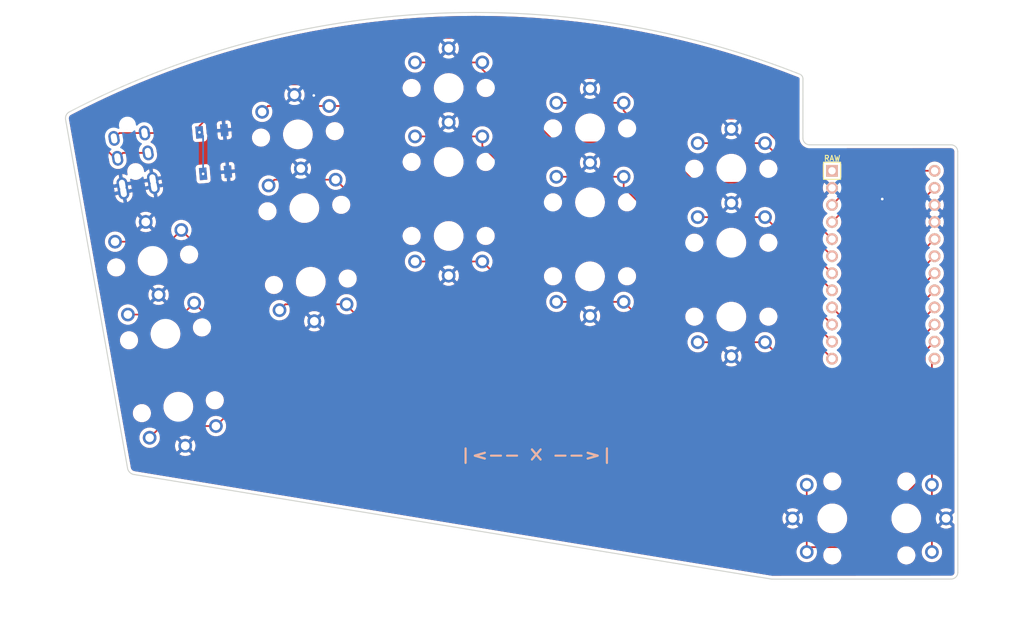
<source format=kicad_pcb>
(kicad_pcb (version 20220131) (generator pcbnew)
  (title_block (title "shoggotwide") (rev "v1.0.0") (company "Unknown"))
  (layers (0 "F.Cu" signal) (31 "B.Cu" signal) (34 "B.Paste" user) (35 "F.Paste" user) (36 "B.SilkS" user "B.Silkscreen") (37 "F.SilkS" user "F.Silkscreen") (38 "B.Mask" user) (39 "F.Mask" user) (44 "Edge.Cuts" user))
  (net 0 "")
  (net 1 "P1")
  (net 2 "GND")
  (net 3 "P8")
  (net 4 "P2")
  (net 5 "P3")
  (net 6 "P4")
  (net 7 "P5")
  (net 8 "P6")
  (net 9 "P7")
  (net 10 "P10")
  (net 11 "P9")
  (net 12 "RAW")
  (net 13 "RST")
  (net 14 "VCC")
  (net 15 "P21")
  (net 16 "P20")
  (net 17 "P19")
  (net 18 "P18")
  (net 19 "P15")
  (net 20 "P14")
  (net 21 "P16")
  (net 22 "P0")
  (footprint "E73:SW_TACT_ALPS_SKQGABE010" (layer "F.Cu") (at 163.576 102.87 95)
    (fp_text reference "B1" hide)
    (fp_text value "" hide)
    (pad "1" smd rect (at -3.1 -1.85 95) (size 1.8 1.1) (layers "F.Cu" "F.Paste" "F.Mask") (net 13 "RST"))
    (pad "1" smd rect (at 3.1 -1.85 95) (size 1.8 1.1) (layers "F.Cu" "F.Paste" "F.Mask") (net 13 "RST"))
    (pad "2" smd rect (at -3.1 1.85 95) (size 1.8 1.1) (layers "F.Cu" "F.Paste" "F.Mask") (net 2 "GND"))
    (pad "2" smd rect (at 3.1 1.85 95) (size 1.8 1.1) (layers "F.Cu" "F.Paste" "F.Mask") (net 2 "GND"))
  )
  (footprint "PG1350" (layer "F.Cu") (at 219.49 99.35)
    (fp_text reference "S12" hide)
    (fp_text value "" hide)
    (pad "" np_thru_hole circle locked (at -5.5 0) (size 1.7018 1.7018) (drill 1.7018) (layers *.Cu *.Mask))
    (pad "" np_thru_hole circle locked (at 0 0) (size 3.429 3.429) (drill 3.429) (layers *.Cu *.Mask))
    (pad "" np_thru_hole circle locked (at 5.5 0) (size 1.7018 1.7018) (drill 1.7018) (layers *.Cu *.Mask))
    (pad "1" thru_hole circle locked (at -5 -3.8) (size 2.032 2.032) (drill 1.27) (layers *.Cu *.Mask) (net 16 "P20"))
    (pad "1" thru_hole circle locked (at 5 -3.8) (size 2.032 2.032) (drill 1.27) (layers *.Cu *.Mask) (net 16 "P20"))
    (pad "2" thru_hole circle locked (at 0 -5.9) (size 2.032 2.032) (drill 1.27) (layers *.Cu *.Mask) (net 2 "GND"))
    (pad "2" thru_hole circle locked (at 0 -5.9) (size 2.032 2.032) (drill 1.27) (layers *.Cu *.Mask) (net 2 "GND"))
  )
  (footprint "PG1350" (layer "F.Cu") (at 240.49 127.35 180)
    (fp_text reference "S13" hide)
    (fp_text value "" hide)
    (pad "" np_thru_hole circle locked (at -5.5 0) (size 1.7018 1.7018) (drill 1.7018) (layers *.Cu *.Mask))
    (pad "" np_thru_hole circle locked (at 0 0) (size 3.429 3.429) (drill 3.429) (layers *.Cu *.Mask))
    (pad "" np_thru_hole circle locked (at 5.5 0) (size 1.7018 1.7018) (drill 1.7018) (layers *.Cu *.Mask))
    (pad "1" thru_hole circle locked (at -5 -3.8) (size 2.032 2.032) (drill 1.27) (layers *.Cu *.Mask) (net 19 "P15"))
    (pad "1" thru_hole circle locked (at 5 -3.8) (size 2.032 2.032) (drill 1.27) (layers *.Cu *.Mask) (net 19 "P15"))
    (pad "2" thru_hole circle locked (at 0 -5.9) (size 2.032 2.032) (drill 1.27) (layers *.Cu *.Mask) (net 2 "GND"))
    (pad "2" thru_hole circle locked (at 0 -5.9) (size 2.032 2.032) (drill 1.27) (layers *.Cu *.Mask) (net 2 "GND"))
  )
  (footprint "E73:SW_TACT_ALPS_SKQGABE010" (layer "F.Cu") (at 163.576 102.87 95)
    (fp_text reference "B2" hide)
    (fp_text value "" hide)
    (pad "1" smd rect (at -3.1 -1.85 95) (size 1.8 1.1) (layers "B.Cu" "B.Paste" "B.Mask") (net 13 "RST"))
    (pad "1" smd rect (at 3.1 -1.85 95) (size 1.8 1.1) (layers "B.Cu" "B.Paste" "B.Mask") (net 13 "RST"))
    (pad "2" smd rect (at -3.1 1.85 95) (size 1.8 1.1) (layers "B.Cu" "B.Paste" "B.Mask") (net 2 "GND"))
    (pad "2" smd rect (at 3.1 1.85 95) (size 1.8 1.1) (layers "B.Cu" "B.Paste" "B.Mask") (net 2 "GND"))
  )
  (footprint "PG1350" (layer "F.Cu") (at 198.49 115.35 180)
    (fp_text reference "S7" hide)
    (fp_text value "" hide)
    (pad "" np_thru_hole circle locked (at -5.5 0) (size 1.7018 1.7018) (drill 1.7018) (layers *.Cu *.Mask))
    (pad "" np_thru_hole circle locked (at 0 0) (size 3.429 3.429) (drill 3.429) (layers *.Cu *.Mask))
    (pad "" np_thru_hole circle locked (at 5.5 0) (size 1.7018 1.7018) (drill 1.7018) (layers *.Cu *.Mask))
    (pad "1" thru_hole circle locked (at -5 -3.8) (size 2.032 2.032) (drill 1.27) (layers *.Cu *.Mask) (net 4 "P2"))
    (pad "1" thru_hole circle locked (at 5 -3.8) (size 2.032 2.032) (drill 1.27) (layers *.Cu *.Mask) (net 4 "P2"))
    (pad "2" thru_hole circle locked (at 0 -5.9) (size 2.032 2.032) (drill 1.27) (layers *.Cu *.Mask) (net 2 "GND"))
    (pad "2" thru_hole circle locked (at 0 -5.9) (size 2.032 2.032) (drill 1.27) (layers *.Cu *.Mask) (net 2 "GND"))
  )
  (footprint "PG1350" (layer "F.Cu") (at 156.412969 129.910337 10)
    (fp_text reference "S2" hide)
    (fp_text value "" hide)
    (pad "" np_thru_hole circle locked (at -5.5 0) (size 1.7018 1.7018) (drill 1.7018) (layers *.Cu *.Mask))
    (pad "" np_thru_hole circle locked (at 0 0) (size 3.429 3.429) (drill 3.429) (layers *.Cu *.Mask))
    (pad "" np_thru_hole circle locked (at 5.5 0) (size 1.7018 1.7018) (drill 1.7018) (layers *.Cu *.Mask))
    (pad "1" thru_hole circle locked (at -5 -3.8) (size 2.032 2.032) (drill 1.27) (layers *.Cu *.Mask) (net 8 "P6"))
    (pad "1" thru_hole circle locked (at 5 -3.8) (size 2.032 2.032) (drill 1.27) (layers *.Cu *.Mask) (net 8 "P6"))
    (pad "2" thru_hole circle locked (at 0 -5.9) (size 2.032 2.032) (drill 1.27) (layers *.Cu *.Mask) (net 2 "GND"))
    (pad "2" thru_hole circle locked (at 0 -5.9) (size 2.032 2.032) (drill 1.27) (layers *.Cu *.Mask) (net 2 "GND"))
  )
  (footprint "PG1350" (layer "F.Cu") (at 154.502839 119.077452 10)
    (fp_text reference "S3" hide)
    (fp_text value "" hide)
    (pad "" np_thru_hole circle locked (at -5.5 0) (size 1.7018 1.7018) (drill 1.7018) (layers *.Cu *.Mask))
    (pad "" np_thru_hole circle locked (at 0 0) (size 3.429 3.429) (drill 3.429) (layers *.Cu *.Mask))
    (pad "" np_thru_hole circle locked (at 5.5 0) (size 1.7018 1.7018) (drill 1.7018) (layers *.Cu *.Mask))
    (pad "1" thru_hole circle locked (at -5 -3.8) (size 2.032 2.032) (drill 1.27) (layers *.Cu *.Mask) (net 7 "P5"))
    (pad "1" thru_hole circle locked (at 5 -3.8) (size 2.032 2.032) (drill 1.27) (layers *.Cu *.Mask) (net 7 "P5"))
    (pad "2" thru_hole circle locked (at 0 -5.9) (size 2.032 2.032) (drill 1.27) (layers *.Cu *.Mask) (net 2 "GND"))
    (pad "2" thru_hole circle locked (at 0 -5.9) (size 2.032 2.032) (drill 1.27) (layers *.Cu *.Mask) (net 2 "GND"))
  )
  (footprint "PG1350" (layer "F.Cu") (at 219.49 110.35)
    (fp_text reference "S11" hide)
    (fp_text value "" hide)
    (pad "" np_thru_hole circle locked (at -5.5 0) (size 1.7018 1.7018) (drill 1.7018) (layers *.Cu *.Mask))
    (pad "" np_thru_hole circle locked (at 0 0) (size 3.429 3.429) (drill 3.429) (layers *.Cu *.Mask))
    (pad "" np_thru_hole circle locked (at 5.5 0) (size 1.7018 1.7018) (drill 1.7018) (layers *.Cu *.Mask))
    (pad "1" thru_hole circle locked (at -5 -3.8) (size 2.032 2.032) (drill 1.27) (layers *.Cu *.Mask) (net 21 "P16"))
    (pad "1" thru_hole circle locked (at 5 -3.8) (size 2.032 2.032) (drill 1.27) (layers *.Cu *.Mask) (net 21 "P16"))
    (pad "2" thru_hole circle locked (at 0 -5.9) (size 2.032 2.032) (drill 1.27) (layers *.Cu *.Mask) (net 2 "GND"))
    (pad "2" thru_hole circle locked (at 0 -5.9) (size 2.032 2.032) (drill 1.27) (layers *.Cu *.Mask) (net 2 "GND"))
  )
  (footprint "PG1350" (layer "F.Cu") (at 158.323099 140.743222 -170)
    (fp_text reference "S1" hide)
    (fp_text value "" hide)
    (pad "" np_thru_hole circle locked (at -5.5 0) (size 1.7018 1.7018) (drill 1.7018) (layers *.Cu *.Mask))
    (pad "" np_thru_hole circle locked (at 0 0) (size 3.429 3.429) (drill 3.429) (layers *.Cu *.Mask))
    (pad "" np_thru_hole circle locked (at 5.5 0) (size 1.7018 1.7018) (drill 1.7018) (layers *.Cu *.Mask))
    (pad "1" thru_hole circle locked (at -5 -3.8) (size 2.032 2.032) (drill 1.27) (layers *.Cu *.Mask) (net 9 "P7"))
    (pad "1" thru_hole circle locked (at 5 -3.8) (size 2.032 2.032) (drill 1.27) (layers *.Cu *.Mask) (net 9 "P7"))
    (pad "2" thru_hole circle locked (at 0 -5.9) (size 2.032 2.032) (drill 1.27) (layers *.Cu *.Mask) (net 2 "GND"))
    (pad "2" thru_hole circle locked (at 0 -5.9) (size 2.032 2.032) (drill 1.27) (layers *.Cu *.Mask) (net 2 "GND"))
  )
  (footprint "PG1350" (layer "F.Cu") (at 176.088264 100.24496 5)
    (fp_text reference "S6" hide)
    (fp_text value "" hide)
    (pad "" np_thru_hole circle locked (at -5.5 0) (size 1.7018 1.7018) (drill 1.7018) (layers *.Cu *.Mask))
    (pad "" np_thru_hole circle locked (at 0 0) (size 3.429 3.429) (drill 3.429) (layers *.Cu *.Mask))
    (pad "" np_thru_hole circle locked (at 5.5 0) (size 1.7018 1.7018) (drill 1.7018) (layers *.Cu *.Mask))
    (pad "1" thru_hole circle locked (at -5 -3.8) (size 2.032 2.032) (drill 1.27) (layers *.Cu *.Mask) (net 18 "P18"))
    (pad "1" thru_hole circle locked (at 5 -3.8) (size 2.032 2.032) (drill 1.27) (layers *.Cu *.Mask) (net 18 "P18"))
    (pad "2" thru_hole circle locked (at 0 -5.9) (size 2.032 2.032) (drill 1.27) (layers *.Cu *.Mask) (net 2 "GND"))
    (pad "2" thru_hole circle locked (at 0 -5.9) (size 2.032 2.032) (drill 1.27) (layers *.Cu *.Mask) (net 2 "GND"))
  )
  (footprint "PG1350" (layer "F.Cu") (at 178.00569 122.161244 -175)
    (fp_text reference "S4" hide)
    (fp_text value "" hide)
    (pad "" np_thru_hole circle locked (at -5.5 0) (size 1.7018 1.7018) (drill 1.7018) (layers *.Cu *.Mask))
    (pad "" np_thru_hole circle locked (at 0 0) (size 3.429 3.429) (drill 3.429) (layers *.Cu *.Mask))
    (pad "" np_thru_hole circle locked (at 5.5 0) (size 1.7018 1.7018) (drill 1.7018) (layers *.Cu *.Mask))
    (pad "1" thru_hole circle locked (at -5 -3.8) (size 2.032 2.032) (drill 1.27) (layers *.Cu *.Mask) (net 6 "P4"))
    (pad "1" thru_hole circle locked (at 5 -3.8) (size 2.032 2.032) (drill 1.27) (layers *.Cu *.Mask) (net 6 "P4"))
    (pad "2" thru_hole circle locked (at 0 -5.9) (size 2.032 2.032) (drill 1.27) (layers *.Cu *.Mask) (net 2 "GND"))
    (pad "2" thru_hole circle locked (at 0 -5.9) (size 2.032 2.032) (drill 1.27) (layers *.Cu *.Mask) (net 2 "GND"))
  )
  (footprint "ProMicro" (layer "F.Cu") (at 263.07 119.63 -90)
    (fp_text reference "MCU1" hide)
    (fp_text value "" hide)
    (fp_text user "RAW" (at -15.8242 7.5946) (layer "F.SilkS") (effects (font (size 0.8 0.8))))
    (fp_line (start -15.24 6.35) (end -15.24 8.89) (stroke (width 0.15)) (layer "F.SilkS"))
    (fp_line (start -15.24 6.35) (end -12.7 6.35) (stroke (width 0.15)) (layer "F.SilkS"))
    (fp_line (start -15.24 8.89) (end -12.7 8.89) (stroke (width 0.15)) (layer "F.SilkS"))
    (fp_line (start -12.7 6.35) (end -12.7 8.89) (stroke (width 0.15)) (layer "F.SilkS"))
    (pad "1" thru_hole rect (at -13.97 7.62 270) (size 1.7526 1.7526) (drill 1.0922) (layers *.Cu *.SilkS *.Mask) (net 12 "RAW"))
    (pad "2" thru_hole circle (at -11.43 7.62) (size 1.7526 1.7526) (drill 1.0922) (layers *.Cu *.SilkS *.Mask) (net 2 "GND"))
    (pad "3" thru_hole circle (at -8.89 7.62) (size 1.7526 1.7526) (drill 1.0922) (layers *.Cu *.SilkS *.Mask) (net 13 "RST"))
    (pad "4" thru_hole circle (at -6.35 7.62) (size 1.7526 1.7526) (drill 1.0922) (layers *.Cu *.SilkS *.Mask) (net 14 "VCC"))
    (pad "5" thru_hole circle (at -3.81 7.62) (size 1.7526 1.7526) (drill 1.0922) (layers *.Cu *.SilkS *.Mask) (net 15 "P21"))
    (pad "6" thru_hole circle (at -1.27 7.62) (size 1.7526 1.7526) (drill 1.0922) (layers *.Cu *.SilkS *.Mask) (net 16 "P20"))
    (pad "7" thru_hole circle (at 1.27 7.62) (size 1.7526 1.7526) (drill 1.0922) (layers *.Cu *.SilkS *.Mask) (net 17 "P19"))
    (pad "8" thru_hole circle (at 3.81 7.62) (size 1.7526 1.7526) (drill 1.0922) (layers *.Cu *.SilkS *.Mask) (net 18 "P18"))
    (pad "9" thru_hole circle (at 6.35 7.62) (size 1.7526 1.7526) (drill 1.0922) (layers *.Cu *.SilkS *.Mask) (net 19 "P15"))
    (pad "10" thru_hole circle (at 8.89 7.62) (size 1.7526 1.7526) (drill 1.0922) (layers *.Cu *.SilkS *.Mask) (net 20 "P14"))
    (pad "11" thru_hole circle (at 11.43 7.62) (size 1.7526 1.7526) (drill 1.0922) (layers *.Cu *.SilkS *.Mask) (net 21 "P16"))
    (pad "12" thru_hole circle (at 13.97 7.62) (size 1.7526 1.7526) (drill 1.0922) (layers *.Cu *.SilkS *.Mask) (net 10 "P10"))
    (pad "13" thru_hole circle (at -13.97 -7.62) (size 1.7526 1.7526) (drill 1.0922) (layers *.Cu *.SilkS *.Mask) (net 1 "P1"))
    (pad "14" thru_hole circle (at -11.43 -7.62) (size 1.7526 1.7526) (drill 1.0922) (layers *.Cu *.SilkS *.Mask) (net 22 "P0"))
    (pad "15" thru_hole circle (at -8.89 -7.62) (size 1.7526 1.7526) (drill 1.0922) (layers *.Cu *.SilkS *.Mask) (net 2 "GND"))
    (pad "16" thru_hole circle (at -6.35 -7.62) (size 1.7526 1.7526) (drill 1.0922) (layers *.Cu *.SilkS *.Mask) (net 2 "GND"))
    (pad "17" thru_hole circle (at -3.81 -7.62) (size 1.7526 1.7526) (drill 1.0922) (layers *.Cu *.SilkS *.Mask) (net 4 "P2"))
    (pad "18" thru_hole circle (at -1.27 -7.62) (size 1.7526 1.7526) (drill 1.0922) (layers *.Cu *.SilkS *.Mask) (net 5 "P3"))
    (pad "19" thru_hole circle (at 1.27 -7.62) (size 1.7526 1.7526) (drill 1.0922) (layers *.Cu *.SilkS *.Mask) (net 6 "P4"))
    (pad "20" thru_hole circle (at 3.81 -7.62) (size 1.7526 1.7526) (drill 1.0922) (layers *.Cu *.SilkS *.Mask) (net 7 "P5"))
    (pad "21" thru_hole circle (at 6.35 -7.62) (size 1.7526 1.7526) (drill 1.0922) (layers *.Cu *.SilkS *.Mask) (net 8 "P6"))
    (pad "22" thru_hole circle (at 8.89 -7.62) (size 1.7526 1.7526) (drill 1.0922) (layers *.Cu *.SilkS *.Mask) (net 9 "P7"))
    (pad "23" thru_hole circle (at 11.43 -7.62) (size 1.7526 1.7526) (drill 1.0922) (layers *.Cu *.SilkS *.Mask) (net 3 "P8"))
    (pad "24" thru_hole circle (at 13.97 -7.62) (size 1.7526 1.7526) (drill 1.0922) (layers *.Cu *.SilkS *.Mask) (net 11 "P9"))
  )
  (footprint "PG1350" (layer "F.Cu") (at 198.49 93.35)
    (fp_text reference "S9" hide)
    (fp_text value "" hide)
    (pad "" np_thru_hole circle locked (at -5.5 0) (size 1.7018 1.7018) (drill 1.7018) (layers *.Cu *.Mask))
    (pad "" np_thru_hole circle locked (at 0 0) (size 3.429 3.429) (drill 3.429) (layers *.Cu *.Mask))
    (pad "" np_thru_hole circle locked (at 5.5 0) (size 1.7018 1.7018) (drill 1.7018) (layers *.Cu *.Mask))
    (pad "1" thru_hole circle locked (at -5 -3.8) (size 2.032 2.032) (drill 1.27) (layers *.Cu *.Mask) (net 17 "P19"))
    (pad "1" thru_hole circle locked (at 5 -3.8) (size 2.032 2.032) (drill 1.27) (layers *.Cu *.Mask) (net 17 "P19"))
    (pad "2" thru_hole circle locked (at 0 -5.9) (size 2.032 2.032) (drill 1.27) (layers *.Cu *.Mask) (net 2 "GND"))
    (pad "2" thru_hole circle locked (at 0 -5.9) (size 2.032 2.032) (drill 1.27) (layers *.Cu *.Mask) (net 2 "GND"))
  )
  (footprint "PG1350" (layer "F.Cu") (at 219.49 121.35 180)
    (fp_text reference "S10" hide)
    (fp_text value "" hide)
    (pad "" np_thru_hole circle locked (at -5.5 0) (size 1.7018 1.7018) (drill 1.7018) (layers *.Cu *.Mask))
    (pad "" np_thru_hole circle locked (at 0 0) (size 3.429 3.429) (drill 3.429) (layers *.Cu *.Mask))
    (pad "" np_thru_hole circle locked (at 5.5 0) (size 1.7018 1.7018) (drill 1.7018) (layers *.Cu *.Mask))
    (pad "1" thru_hole circle locked (at -5 -3.8) (size 2.032 2.032) (drill 1.27) (layers *.Cu *.Mask) (net 22 "P0"))
    (pad "1" thru_hole circle locked (at 5 -3.8) (size 2.032 2.032) (drill 1.27) (layers *.Cu *.Mask) (net 22 "P0"))
    (pad "2" thru_hole circle locked (at 0 -5.9) (size 2.032 2.032) (drill 1.27) (layers *.Cu *.Mask) (net 2 "GND"))
    (pad "2" thru_hole circle locked (at 0 -5.9) (size 2.032 2.032) (drill 1.27) (layers *.Cu *.Mask) (net 2 "GND"))
  )
  (footprint "PG1350" (layer "F.Cu") (at 240.49 105.35)
    (fp_text reference "S15" hide)
    (fp_text value "" hide)
    (pad "" np_thru_hole circle locked (at -5.5 0) (size 1.7018 1.7018) (drill 1.7018) (layers *.Cu *.Mask))
    (pad "" np_thru_hole circle locked (at 0 0) (size 3.429 3.429) (drill 3.429) (layers *.Cu *.Mask))
    (pad "" np_thru_hole circle locked (at 5.5 0) (size 1.7018 1.7018) (drill 1.7018) (layers *.Cu *.Mask))
    (pad "1" thru_hole circle locked (at -5 -3.8) (size 2.032 2.032) (drill 1.27) (layers *.Cu *.Mask) (net 15 "P21"))
    (pad "1" thru_hole circle locked (at 5 -3.8) (size 2.032 2.032) (drill 1.27) (layers *.Cu *.Mask) (net 15 "P21"))
    (pad "2" thru_hole circle locked (at 0 -5.9) (size 2.032 2.032) (drill 1.27) (layers *.Cu *.Mask) (net 2 "GND"))
    (pad "2" thru_hole circle locked (at 0 -5.9) (size 2.032 2.032) (drill 1.27) (layers *.Cu *.Mask) (net 2 "GND"))
  )
  (footprint "PG1350" (layer "F.Cu") (at 266.49 157.35 -90)
    (fp_text reference "S17" hide)
    (fp_text value "" hide)
    (pad "" np_thru_hole circle locked (at -5.5 0) (size 1.7018 1.7018) (drill 1.7018) (layers *.Cu *.Mask))
    (pad "" np_thru_hole circle locked (at 0 0) (size 3.429 3.429) (drill 3.429) (layers *.Cu *.Mask))
    (pad "" np_thru_hole circle locked (at 5.5 0) (size 1.7018 1.7018) (drill 1.7018) (layers *.Cu *.Mask))
    (pad "1" thru_hole circle locked (at -5 -3.8) (size 2.032 2.032) (drill 1.27) (layers *.Cu *.Mask) (net 11 "P9"))
    (pad "1" thru_hole circle locked (at 5 -3.8) (size 2.032 2.032) (drill 1.27) (layers *.Cu *.Mask) (net 11 "P9"))
    (pad "2" thru_hole circle locked (at 0 -5.9) (size 2.032 2.032) (drill 1.27) (layers *.Cu *.Mask) (net 2 "GND"))
    (pad "2" thru_hole circle locked (at 0 -5.9) (size 2.032 2.032) (drill 1.27) (layers *.Cu *.Mask) (net 2 "GND"))
  )
  (footprint "PG1350" (layer "F.Cu") (at 255.49 157.35 90)
    (fp_text reference "S16" hide)
    (fp_text value "" hide)
    (pad "" np_thru_hole circle locked (at -5.5 0) (size 1.7018 1.7018) (drill 1.7018) (layers *.Cu *.Mask))
    (pad "" np_thru_hole circle locked (at 0 0) (size 3.429 3.429) (drill 3.429) (layers *.Cu *.Mask))
    (pad "" np_thru_hole circle locked (at 5.5 0) (size 1.7018 1.7018) (drill 1.7018) (layers *.Cu *.Mask))
    (pad "1" thru_hole circle locked (at -5 -3.8) (size 2.032 2.032) (drill 1.27) (layers *.Cu *.Mask) (net 3 "P8"))
    (pad "1" thru_hole circle locked (at 5 -3.8) (size 2.032 2.032) (drill 1.27) (layers *.Cu *.Mask) (net 3 "P8"))
    (pad "2" thru_hole circle locked (at 0 -5.9) (size 2.032 2.032) (drill 1.27) (layers *.Cu *.Mask) (net 2 "GND"))
    (pad "2" thru_hole circle locked (at 0 -5.9) (size 2.032 2.032) (drill 1.27) (layers *.Cu *.Mask) (net 2 "GND"))
  )
  (footprint "PG1350" (layer "F.Cu") (at 177.046977 111.203102 5)
    (fp_text reference "S5" hide)
    (fp_text value "" hide)
    (pad "" np_thru_hole circle locked (at -5.5 0) (size 1.7018 1.7018) (drill 1.7018) (layers *.Cu *.Mask))
    (pad "" np_thru_hole circle locked (at 0 0) (size 3.429 3.429) (drill 3.429) (layers *.Cu *.Mask))
    (pad "" np_thru_hole circle locked (at 5.5 0) (size 1.7018 1.7018) (drill 1.7018) (layers *.Cu *.Mask))
    (pad "1" thru_hole circle locked (at -5 -3.8) (size 2.032 2.032) (drill 1.27) (layers *.Cu *.Mask) (net 5 "P3"))
    (pad "1" thru_hole circle locked (at 5 -3.8) (size 2.032 2.032) (drill 1.27) (layers *.Cu *.Mask) (net 5 "P3"))
    (pad "2" thru_hole circle locked (at 0 -5.9) (size 2.032 2.032) (drill 1.27) (layers *.Cu *.Mask) (net 2 "GND"))
    (pad "2" thru_hole circle locked (at 0 -5.9) (size 2.032 2.032) (drill 1.27) (layers *.Cu *.Mask) (net 2 "GND"))
  )
  (footprint "PG1350" (layer "F.Cu") (at 198.49 104.35)
    (fp_text reference "S8" hide)
    (fp_text value "" hide)
    (pad "" np_thru_hole circle locked (at -5.5 0) (size 1.7018 1.7018) (drill 1.7018) (layers *.Cu *.Mask))
    (pad "" np_thru_hole circle locked (at 0 0) (size 3.429 3.429) (drill 3.429) (layers *.Cu *.Mask))
    (pad "" np_thru_hole circle locked (at 5.5 0) (size 1.7018 1.7018) (drill 1.7018) (layers *.Cu *.Mask))
    (pad "1" thru_hole circle locked (at -5 -3.8) (size 2.032 2.032) (drill 1.27) (layers *.Cu *.Mask) (net 10 "P10"))
    (pad "1" thru_hole circle locked (at 5 -3.8) (size 2.032 2.032) (drill 1.27) (layers *.Cu *.Mask) (net 10 "P10"))
    (pad "2" thru_hole circle locked (at 0 -5.9) (size 2.032 2.032) (drill 1.27) (layers *.Cu *.Mask) (net 2 "GND"))
    (pad "2" thru_hole circle locked (at 0 -5.9) (size 2.032 2.032) (drill 1.27) (layers *.Cu *.Mask) (net 2 "GND"))
  )
  (footprint "PG1350" (layer "F.Cu") (at 240.49 116.35)
    (fp_text reference "S14" hide)
    (fp_text value "" hide)
    (pad "" np_thru_hole circle locked (at -5.5 0) (size 1.7018 1.7018) (drill 1.7018) (layers *.Cu *.Mask))
    (pad "" np_thru_hole circle locked (at 0 0) (size 3.429 3.429) (drill 3.429) (layers *.Cu *.Mask))
    (pad "" np_thru_hole circle locked (at 5.5 0) (size 1.7018 1.7018) (drill 1.7018) (layers *.Cu *.Mask))
    (pad "1" thru_hole circle locked (at -5 -3.8) (size 2.032 2.032) (drill 1.27) (layers *.Cu *.Mask) (net 20 "P14"))
    (pad "1" thru_hole circle locked (at 5 -3.8) (size 2.032 2.032) (drill 1.27) (layers *.Cu *.Mask) (net 20 "P14"))
    (pad "2" thru_hole circle locked (at 0 -5.9) (size 2.032 2.032) (drill 1.27) (layers *.Cu *.Mask) (net 2 "GND"))
    (pad "2" thru_hole circle locked (at 0 -5.9) (size 2.032 2.032) (drill 1.27) (layers *.Cu *.Mask) (net 2 "GND"))
  )
  (footprint "TRRS-PJ-320A-dual" (layer "F.Cu") (at 152.745034 96.894445 10)
    (fp_text reference "REF**")
    (fp_text value "TRRS-PJ-320A-dual")
    (pad "" np_thru_hole circle locked (at -2.3 1.6) (size 1.5 1.5) (drill 1.5) (layers *.Cu *.Mask))
    (pad "" np_thru_hole circle locked (at -2.3 8.6) (size 1.5 1.5) (drill 1.5) (layers *.Cu *.Mask))
    (pad "1" thru_hole oval locked (at -4.6 11.3 10) (size 1.6 2.2) (drill oval 0.9 1.5) (layers *.Cu *.Mask) (net 2 "GND"))
    (pad "1" thru_hole oval locked (at 0 11.3 10) (size 1.6 2.2) (drill oval 0.9 1.5) (layers *.Cu *.Mask) (net 2 "GND"))
    (pad "2" thru_hole oval locked (at -4.6 10.2 10) (size 1.6 2.2) (drill oval 0.9 1.5) (layers *.Cu *.Mask) (net 2 "GND"))
    (pad "2" thru_hole oval locked (at 0 10.2 10) (size 1.6 2.2) (drill oval 0.9 1.5) (layers *.Cu *.Mask) (net 2 "GND"))
    (pad "3" thru_hole oval locked (at -4.6 6.2 10) (size 1.6 2.2) (drill oval 0.9 1.5) (layers *.Cu *.Mask) (net 1 "P1"))
    (pad "3" thru_hole oval locked (at 0 6.2 10) (size 1.6 2.2) (drill oval 0.9 1.5) (layers *.Cu *.Mask) (net 1 "P1"))
    (pad "4" thru_hole oval locked (at -4.6 3.2 10) (size 1.6 2.2) (drill oval 0.9 1.5) (layers *.Cu *.Mask) (net 14 "VCC"))
    (pad "4" thru_hole oval locked (at 0 3.2 10) (size 1.6 2.2) (drill oval 0.9 1.5) (layers *.Cu *.Mask) (net 14 "VCC"))
  )
  (gr_line (start 141.563502 98.01) (end 150.767107 149.82921) (stroke (width 0.15)) (layer "Edge.Cuts"))
  (gr_arc (start 274.142893 165.37) (mid 273.85 166.077107) (end 273.142893 166.37) (stroke (width 0.15)) (layer "Edge.Cuts"))
  (gr_arc (start 151.767107 150.82921) (mid 151.096317 150.5) (end 150.767107 149.82921) (stroke (width 0.15)) (layer "Edge.Cuts"))
  (gr_line (start 274.142893 165.37) (end 274.122893 102.797107) (stroke (width 0.15)) (layer "Edge.Cuts"))
  (gr_line (start 246.488961 166.382024) (end 151.767107 150.82921) (stroke (width 0.15)) (layer "Edge.Cuts"))
  (gr_arc (start 252.12 101.8) (mid 251.412893 101.507107) (end 251.12 100.8) (stroke (width 0.15)) (layer "Edge.Cuts"))
  (gr_arc (start 142.17 96.88) (mid 195.770425 82.294223) (end 250.59 91.27) (stroke (width 0.15)) (layer "Edge.Cuts"))
  (gr_arc (start 273.122893 101.797107) (mid 273.83 102.09) (end 274.122893 102.797107) (stroke (width 0.15)) (layer "Edge.Cuts"))
  (gr_line (start 273.122893 101.797107) (end 252.12 101.8) (stroke (width 0.15)) (layer "Edge.Cuts"))
  (gr_line (start 246.488961 166.382024) (end 273.142893 166.37) (stroke (width 0.15)) (layer "Edge.Cuts"))
  (gr_line (start 251.12 100.8) (end 251.13 91.98) (stroke (width 0.15)) (layer "Edge.Cuts"))
  (gr_arc (start 141.563502 98.01) (mid 141.68081 97.345201) (end 142.17 96.88) (stroke (width 0.15)) (layer "Edge.Cuts"))
  (gr_arc (start 250.59 91.27) (mid 250.975953 91.53681) (end 251.13 91.98) (stroke (width 0.15)) (layer "Edge.Cuts"))
  (gr_text "|<-- X -->|" (at 211.51 147.9) (layer "B.SilkS") (effects (font (size 1.5 1.934) (thickness 0.3))))
  (gr_text "|<-- X -->|" (at 211.5 147.92) (layer "F.SilkS") (effects (font (size 1.5 1.934) (thickness 0.3))))
  (segment (start 148.919035 103.799035) (end 149.291537 103.799035) (width 0.25) (layer "F.Cu") (net 1))
  (segment (start 187.607604 91.91096) (end 166.020505 91.91096) (width 0.25) (layer "F.Cu") (net 1))
  (segment (start 208.422395 90.98096) (end 202.442394 85.00096) (width 0.25) (layer "F.Cu") (net 1))
  (segment (start 149.38 97.46) (end 146.68 100.16) (width 0.25) (layer "F.Cu") (net 1))
  (segment (start 259.831435 105.66) (end 257.232396 103.060961) (width 0.25) (layer "F.Cu") (net 1))
  (segment (start 160.471464 97.46) (end 149.38 97.46) (width 0.25) (layer "F.Cu") (net 1))
  (segment (start 166.020505 91.91096) (end 160.471464 97.46) (width 0.25) (layer "F.Cu") (net 1))
  (segment (start 270.69 105.66) (end 259.831435 105.66) (width 0.25) (layer "F.Cu") (net 1))
  (segment (start 146.68 101.56) (end 148.919035 103.799035) (width 0.25) (layer "F.Cu") (net 1))
  (segment (start 153.821653 103.000253) (end 150.090319 103.000253) (width 0.25) (layer "F.Cu") (net 1))
  (segment (start 250.422395 103.06096) (end 244.362394 97.00096) (width 0.25) (layer "F.Cu") (net 1))
  (segment (start 202.442394 85.00096) (end 194.517606 85.00096) (width 0.25) (layer "F.Cu") (net 1))
  (segment (start 223.402394 90.98096) (end 208.422395 90.98096) (width 0.25) (layer "F.Cu") (net 1))
  (segment (start 244.362394 97.00096) (end 229.422394 97.00096) (width 0.25) (layer "F.Cu") (net 1))
  (segment (start 150.090319 103.000253) (end 149.291537 103.799035) (width 0.25) (layer "F.Cu") (net 1))
  (segment (start 257.232396 103.060961) (end 250.422395 103.06096) (width 0.25) (layer "F.Cu") (net 1))
  (segment (start 194.517606 85.00096) (end 187.607604 91.91096) (width 0.25) (layer "F.Cu") (net 1))
  (segment (start 146.68 100.16) (end 146.68 101.56) (width 0.25) (layer "F.Cu") (net 1))
  (segment (start 229.422394 97.00096) (end 223.402394 90.98096) (width 0.25) (layer "F.Cu") (net 1))
  (via (at 262.91 109.86) (size 0.8) (drill 0.4) (layers "F.Cu" "B.Cu") (net 2))
  (via (at 178.45 94.46) (size 0.8) (drill 0.4) (layers "F.Cu" "B.Cu") (net 2))
  (segment (start 251.69 162.35) (end 251.69 152.35) (width 0.25) (layer "F.Cu") (net 3))
  (segment (start 270.69 131.06) (end 269.24 132.51) (width 0.25) (layer "F.Cu") (net 3))
  (segment (start 258.491421 161.624579) (end 252.415421 161.624579) (width 0.25) (layer "F.Cu") (net 3))
  (segment (start 252.415421 161.624579) (end 251.69 162.35) (width 0.25) (layer "F.Cu") (net 3))
  (segment (start 267.081 153.035) (end 266.954 153.162) (width 0.25) (layer "F.Cu") (net 3))
  (segment (start 269.24 132.51) (end 269.24 150.876) (width 0.25) (layer "F.Cu") (net 3))
  (segment (start 269.24 150.876) (end 267.081 153.035) (width 0.25) (layer "F.Cu") (net 3))
  (segment (start 267.081 153.035) (end 258.491421 161.624579) (width 0.25) (layer "F.Cu") (net 3))
  (segment (start 260.978581 125.531419) (end 270.69 115.82) (width 0.25) (layer "F.Cu") (net 4))
  (segment (start 203.49 119.15) (end 193.49 119.15) (width 0.25) (layer "F.Cu") (net 4))
  (segment (start 260.978581 133.148547) (end 260.978581 125.531419) (width 0.25) (layer "F.Cu") (net 4))
  (segment (start 220.62104 136.28104) (end 257.846088 136.28104) (width 0.25) (layer "F.Cu") (net 4))
  (segment (start 257.846088 136.28104) (end 260.978581 133.148547) (width 0.25) (layer "F.Cu") (net 4))
  (segment (start 203.49 119.15) (end 220.62104 136.28104) (width 0.25) (layer "F.Cu") (net 4))
  (segment (start 172.60637 106.981783) (end 171.734812 107.853341) (width 0.25) (layer "F.Cu") (net 5))
  (segment (start 261.428101 133.334745) (end 261.428101 127.621899) (width 0.25) (layer "F.Cu") (net 5))
  (segment (start 181.696759 106.981783) (end 172.60637 106.981783) (width 0.25) (layer "F.Cu") (net 5))
  (segment (start 181.696759 106.981783) (end 187.598488 112.883512) (width 0.25) (layer "F.Cu") (net 5))
  (segment (start 258.032286 136.73056) (end 261.428101 133.334745) (width 0.25) (layer "F.Cu") (net 5))
  (segment (start 187.598488 112.883512) (end 187.598488 117.240488) (width 0.25) (layer "F.Cu") (net 5))
  (segment (start 187.598488 117.240488) (end 207.08856 136.73056) (width 0.25) (layer "F.Cu") (net 5))
  (segment (start 261.428101 127.621899) (end 270.69 118.36) (width 0.25) (layer "F.Cu") (net 5))
  (segment (start 207.08856 136.73056) (end 258.032286 136.73056) (width 0.25) (layer "F.Cu") (net 5))
  (segment (start 258.218484 137.18008) (end 261.877621 133.520943) (width 0.25) (layer "F.Cu") (net 6))
  (segment (start 194.83808 137.18008) (end 183.317855 125.659855) (width 0.25) (layer "F.Cu") (net 6))
  (segment (start 261.877621 129.712379) (end 270.69 120.9) (width 0.25) (layer "F.Cu") (net 6))
  (segment (start 183.677005 125.511005) (end 183.317855 125.511005) (width 0.25) (layer "F.Cu") (net 6))
  (segment (start 258.046789 137.18008) (end 257.81992 137.18008) (width 0.25) (layer "F.Cu") (net 6))
  (segment (start 183.317855 125.511005) (end 174.227466 125.511005) (width 0.25) (layer "F.Cu") (net 6))
  (segment (start 261.877621 133.520943) (end 261.877621 129.712379) (width 0.25) (layer "F.Cu") (net 6))
  (segment (start 257.81992 137.18008) (end 258.218484 137.18008) (width 0.25) (layer "F.Cu") (net 6))
  (segment (start 257.81992 137.18008) (end 194.83808 137.18008) (width 0.25) (layer "F.Cu") (net 6))
  (segment (start 183.317855 125.659855) (end 183.317855 125.511005) (width 0.25) (layer "F.Cu") (net 6))
  (segment (start 174.227466 125.511005) (end 173.355908 126.382563) (width 0.25) (layer "F.Cu") (net 6))
  (segment (start 181.929673 137.6296) (end 258.404682 137.6296) (width 0.25) (layer "F.Cu") (net 7))
  (segment (start 157.030534 116.203423) (end 158.767015 114.466942) (width 0.25) (layer "F.Cu") (net 7))
  (segment (start 258.404682 137.6296) (end 262.327141 133.707141) (width 0.25) (layer "F.Cu") (net 7))
  (segment (start 148.918937 116.203423) (end 157.030534 116.203423) (width 0.25) (layer "F.Cu") (net 7))
  (segment (start 262.327141 131.802859) (end 270.69 123.44) (width 0.25) (layer "F.Cu") (net 7))
  (segment (start 158.767015 114.466942) (end 181.929673 137.6296) (width 0.25) (layer "F.Cu") (net 7))
  (segment (start 262.327141 133.707141) (end 262.327141 131.802859) (width 0.25) (layer "F.Cu") (net 7))
  (segment (start 160.677145 125.299827) (end 173.456438 138.07912) (width 0.25) (layer "F.Cu") (net 8))
  (segment (start 150.829067 127.036308) (end 158.940664 127.036308) (width 0.25) (layer "F.Cu") (net 8))
  (segment (start 173.456438 138.07912) (end 258.01088 138.07912) (width 0.25) (layer "F.Cu") (net 8))
  (segment (start 258.01088 138.07912) (end 258.419183 138.07912) (width 0.25) (layer "F.Cu") (net 8))
  (segment (start 258.01088 138.07912) (end 258.59088 138.07912) (width 0.25) (layer "F.Cu") (net 8))
  (segment (start 158.940664 127.036308) (end 160.677145 125.299827) (width 0.25) (layer "F.Cu") (net 8))
  (segment (start 258.59088 138.07912) (end 270.69 125.98) (width 0.25) (layer "F.Cu") (net 8))
  (segment (start 168.995612 138.52864) (end 258.03864 138.52864) (width 0.25) (layer "F.Cu") (net 9))
  (segment (start 258.03864 138.52864) (end 258.60538 138.52864) (width 0.25) (layer "F.Cu") (net 9))
  (segment (start 155.795404 143.617251) (end 163.907001 143.617251) (width 0.25) (layer "F.Cu") (net 9))
  (segment (start 258.03864 138.52864) (end 260.68136 138.52864) (width 0.25) (layer "F.Cu") (net 9))
  (segment (start 163.907001 143.617251) (end 168.995612 138.52864) (width 0.25) (layer "F.Cu") (net 9))
  (segment (start 154.058923 145.353732) (end 155.795404 143.617251) (width 0.25) (layer "F.Cu") (net 9))
  (segment (start 260.68136 138.52864) (end 270.69 128.52) (width 0.25) (layer "F.Cu") (net 9))
  (segment (start 203.49 100.55) (end 193.49 100.55) (width 0.25) (layer "F.Cu") (net 10))
  (segment (start 203.49 100.55) (end 203.49 101.98684) (width 0.25) (layer "F.Cu") (net 10))
  (segment (start 235.017803 119.280512) (end 241.130512 119.280512) (width 0.25) (layer "F.Cu") (net 10))
  (segment (start 241.130512 119.280512) (end 255.45 133.6) (width 0.25) (layer "F.Cu") (net 10))
  (segment (start 214.27916 112.776) (end 228.51329 112.776) (width 0.25) (layer "F.Cu") (net 10))
  (segment (start 203.49 101.98684) (end 214.27916 112.776) (width 0.25) (layer "F.Cu") (net 10))
  (segment (start 228.51329 112.776) (end 235.017803 119.280512) (width 0.25) (layer "F.Cu") (net 10))
  (segment (start 270.29 134) (end 270.69 133.6) (width 0.25) (layer "F.Cu") (net 11))
  (segment (start 270.29 152.35) (end 270.29 134) (width 0.25) (layer "F.Cu") (net 11))
  (segment (start 270.29 162.35) (end 270.29 152.35) (width 0.25) (layer "F.Cu") (net 11))
  (segment (start 162.003223 100.483401) (end 161.462857 99.943035) (width 0.25) (layer "F.Cu") (net 13))
  (segment (start 257.25 104.35) (end 257.25 108.94) (width 0.25) (layer "F.Cu") (net 13))
  (segment (start 243.99 97.9) (end 250.05 103.96) (width 0.25) (layer "F.Cu") (net 13))
  (segment (start 223.03 91.88) (end 229.05 97.9) (width 0.25) (layer "F.Cu") (net 13))
  (segment (start 256.86 103.96) (end 257.25 104.35) (width 0.25) (layer "F.Cu") (net 13))
  (segment (start 167.64 92.81) (end 187.979999 92.81) (width 0.25) (layer "F.Cu") (net 13))
  (segment (start 250.05 103.96) (end 256.86 103.96) (width 0.25) (layer "F.Cu") (net 13))
  (segment (start 208.05 91.88) (end 223.03 91.88) (width 0.25) (layer "F.Cu") (net 13))
  (segment (start 257.25 108.94) (end 255.45 110.74) (width 0.25) (layer "F.Cu") (net 13))
  (segment (start 161.462857 98.987143) (end 167.64 92.81) (width 0.25) (layer "F.Cu") (net 13))
  (segment (start 229.05 97.9) (end 243.99 97.9) (width 0.25) (layer "F.Cu") (net 13))
  (segment (start 187.979999 92.81) (end 194.89 85.9) (width 0.25) (layer "F.Cu") (net 13))
  (segment (start 202.07 85.9) (end 208.05 91.88) (width 0.25) (layer "F.Cu") (net 13))
  (segment (start 194.89 85.9) (end 202.07 85.9) (width 0.25) (layer "F.Cu") (net 13))
  (segment (start 161.462857 99.943035) (end 161.462857 98.987143) (width 0.25) (layer "F.Cu") (net 13))
  (via (at 162.003223 106.119442) (size 0.8) (drill 0.4) (layers "F.Cu" "B.Cu") (net 13))
  (via (at 161.462857 99.943035) (size 0.8) (drill 0.4) (layers "F.Cu" "B.Cu") (net 13))
  (segment (start 162.003223 106.119442) (end 162.003223 100.483401) (width 0.25) (layer "B.Cu") (net 13))
  (segment (start 162.003223 100.483401) (end 161.462857 99.943035) (width 0.25) (layer "B.Cu") (net 13))
  (segment (start 208.236198 91.43048) (end 223.216197 91.43048) (width 0.25) (layer "F.Cu") (net 14))
  (segment (start 158.521352 100.04583) (end 166.206702 92.36048) (width 0.25) (layer "F.Cu") (net 14))
  (segment (start 194.703803 85.45048) (end 202.256197 85.45048) (width 0.25) (layer "F.Cu") (net 14))
  (segment (start 257.69952 104.163803) (end 257.69952 111.03048) (width 0.25) (layer "F.Cu") (net 14))
  (segment (start 223.216197 91.43048) (end 229.236198 97.45048) (width 0.25) (layer "F.Cu") (net 14))
  (segment (start 153.300708 100.04583) (end 158.521352 100.04583) (width 0.25) (layer "F.Cu") (net 14))
  (segment (start 153.300708 100.04583) (end 149.569374 100.04583) (width 0.25) (layer "F.Cu") (net 14))
  (segment (start 187.793802 92.36048) (end 194.703803 85.45048) (width 0.25) (layer "F.Cu") (net 14))
  (segment (start 149.569374 100.04583) (end 148.770593 100.844611) (width 0.25) (layer "F.Cu") (net 14))
  (segment (start 229.236198 97.45048) (end 244.176197 97.45048) (width 0.25) (layer "F.Cu") (net 14))
  (segment (start 257.69952 111.03048) (end 255.45 113.28) (width 0.25) (layer "F.Cu") (net 14))
  (segment (start 250.236198 103.51048) (end 257.046198 103.51048) (width 0.25) (layer "F.Cu") (net 14))
  (segment (start 166.206702 92.36048) (end 187.793802 92.36048) (width 0.25) (layer "F.Cu") (net 14))
  (segment (start 244.787859 98.062141) (end 250.236198 103.51048) (width 0.25) (layer "F.Cu") (net 14))
  (segment (start 257.046198 103.51048) (end 257.69952 104.163803) (width 0.25) (layer "F.Cu") (net 14))
  (segment (start 244.176197 97.45048) (end 244.787859 98.062141) (width 0.25) (layer "F.Cu") (net 14))
  (segment (start 202.256197 85.45048) (end 208.236198 91.43048) (width 0.25) (layer "F.Cu") (net 14))
  (segment (start 245.49 101.55) (end 252.12 108.18) (width 0.25) (layer "F.Cu") (net 15))
  (segment (start 252.12 108.18) (end 252.12 112.49) (width 0.25) (layer "F.Cu") (net 15))
  (segment (start 252.12 112.49) (end 255.45 115.82) (width 0.25) (layer "F.Cu") (net 15))
  (segment (start 235.49 101.55) (end 245.49 101.55) (width 0.25) (layer "F.Cu") (net 15))
  (segment (start 255.45 118.36) (end 251.67048 114.58048) (width 0.25) (layer "F.Cu") (net 16))
  (segment (start 251.67048 109.68448) (end 249.428 107.442) (width 0.25) (layer "F.Cu") (net 16))
  (segment (start 249.428 107.442) (end 235.204 107.442) (width 0.25) (layer "F.Cu") (net 16))
  (segment (start 251.67048 114.58048) (end 251.67048 109.68448) (width 0.25) (layer "F.Cu") (net 16))
  (segment (start 224.49 95.55) (end 214.49 95.55) (width 0.25) (layer "F.Cu") (net 16))
  (segment (start 235.204 107.442) (end 224.49 96.728) (width 0.25) (layer "F.Cu") (net 16))
  (segment (start 224.49 96.728) (end 224.49 95.55) (width 0.25) (layer "F.Cu") (net 16))
  (segment (start 249.241802 107.89152) (end 235.017803 107.89152) (width 0.25) (layer "F.Cu") (net 17))
  (segment (start 214.346013 101.439021) (end 203.49 90.583008) (width 0.25) (layer "F.Cu") (net 17))
  (segment (start 255.45 120.9) (end 251.22096 116.67096) (width 0.25) (layer "F.Cu") (net 17))
  (segment (start 203.49 89.55) (end 193.49 89.55) (width 0.25) (layer "F.Cu") (net 17))
  (segment (start 228.565305 101.439021) (end 214.346013 101.439021) (width 0.25) (layer "F.Cu") (net 17))
  (segment (start 235.017803 107.89152) (end 228.565305 101.439021) (width 0.25) (layer "F.Cu") (net 17))
  (segment (start 203.49 90.583008) (end 203.49 89.55) (width 0.25) (layer "F.Cu") (net 17))
  (segment (start 251.22096 116.67096) (end 251.22096 109.870678) (width 0.25) (layer "F.Cu") (net 17))
  (segment (start 251.22096 109.870678) (end 249.241802 107.89152) (width 0.25) (layer "F.Cu") (net 17))
  (segment (start 234.831606 108.34104) (end 228.379107 101.888541) (width 0.25) (layer "F.Cu") (net 18))
  (segment (start 180.738046 96.023641) (end 171.647657 96.023641) (width 0.25) (layer "F.Cu") (net 18))
  (segment (start 214.159816 101.888541) (end 208.294916 96.023641) (width 0.25) (layer "F.Cu") (net 18))
  (segment (start 255.45 123.44) (end 250.77144 118.76144) (width 0.25) (layer "F.Cu") (net 18))
  (segment (start 249.055604 108.34104) (end 234.831606 108.34104) (width 0.25) (layer "F.Cu") (net 18))
  (segment (start 171.647657 96.023641) (end 170.776099 96.895199) (width 0.25) (layer "F.Cu") (net 18))
  (segment (start 250.77144 110.056876) (end 249.055604 108.34104) (width 0.25) (layer "F.Cu") (net 18))
  (segment (start 228.379107 101.888541) (end 214.159816 101.888541) (width 0.25) (layer "F.Cu") (net 18))
  (segment (start 250.77144 118.76144) (end 250.77144 110.056876) (width 0.25) (layer "F.Cu") (net 18))
  (segment (start 208.294916 96.023641) (end 180.738046 96.023641) (width 0.25) (layer "F.Cu") (net 18))
  (segment (start 235.49 131.15) (end 245.49 131.15) (width 0.25) (layer "F.Cu") (net 19))
  (segment (start 256.858 135.382) (end 257.473692 135.382) (width 0.25) (layer "F.Cu") (net 19))
  (segment (start 259.135 129.665) (end 255.45 125.98) (width 0.25) (layer "F.Cu") (net 19))
  (segment (start 245.49 131.15) (end 249.722 135.382) (width 0.25) (layer "F.Cu") (net 19))
  (segment (start 260.079541 130.609541) (end 259.135 129.665) (width 0.25) (layer "F.Cu") (net 19))
  (segment (start 256.858 135.382) (end 257.301999 135.382) (width 0.25) (layer "F.Cu") (net 19))
  (segment (start 256.34 135.382) (end 256.858 135.382) (width 0.25) (layer "F.Cu") (net 19))
  (segment (start 259.842 130.372) (end 259.135 129.665) (width 0.25) (layer "F.Cu") (net 19))
  (segment (start 260.079541 132.776151) (end 260.079541 130.609541) (width 0.25) (layer "F.Cu") (net 19))
  (segment (start 249.722 135.382) (end 256.34 135.382) (width 0.25) (layer "F.Cu") (net 19))
  (segment (start 257.473692 135.382) (end 260.079541 132.776151) (width 0.25) (layer "F.Cu") (net 19))
  (segment (start 250.32192 123.39192) (end 255.45 128.52) (width 0.25) (layer "F.Cu") (net 20))
  (segment (start 235.49 112.55) (end 245.49 112.55) (width 0.25) (layer "F.Cu") (net 20))
  (segment (start 245.49 112.55) (end 250.32192 117.38192) (width 0.25) (layer "F.Cu") (net 20))
  (segment (start 250.32192 117.38192) (end 250.32192 123.39192) (width 0.25) (layer "F.Cu") (net 20))
  (segment (start 235.204 118.830992) (end 243.220992 118.830992) (width 0.25) (layer "F.Cu") (net 21))
  (segment (start 224.49 106.55) (end 214.49 106.55) (width 0.25) (layer "F.Cu") (net 21))
  (segment (start 224.49 106.55) (end 224.49 108.116992) (width 0.25) (layer "F.Cu") (net 21))
  (segment (start 224.49 108.116992) (end 235.204 118.830992) (width 0.25) (layer "F.Cu") (net 21))
  (segment (start 243.220992 118.830992) (end 255.45 131.06) (width 0.25) (layer "F.Cu") (net 21))
  (segment (start 260.529061 132.962349) (end 260.529061 118.360939) (width 0.25) (layer "F.Cu") (net 22))
  (segment (start 257.65989 135.83152) (end 260.529061 132.962349) (width 0.25) (layer "F.Cu") (net 22))
  (segment (start 235.17152 135.83152) (end 257.65989 135.83152) (width 0.25) (layer "F.Cu") (net 22))
  (segment (start 260.529061 118.360939) (end 270.69 108.2) (width 0.25) (layer "F.Cu") (net 22))
  (segment (start 224.49 125.15) (end 214.49 125.15) (width 0.25) (layer "F.Cu") (net 22))
  (segment (start 224.49 125.15) (end 235.17152 135.83152) (width 0.25) (layer "F.Cu") (net 22))
  (zone (net 2) (net_name "GND") (layers F&B.Cu) (connect_pads (clearance 0.508)) (min_thickness 0.254) (fill yes (thermal_gap 0.508) (thermal_bridge_width 0.508))
    (polygon (pts (xy 283.972 172.72) (xy 134.62 170.942) (xy 131.826 80.264) (xy 283.718 80.264)))
  )
)
</source>
